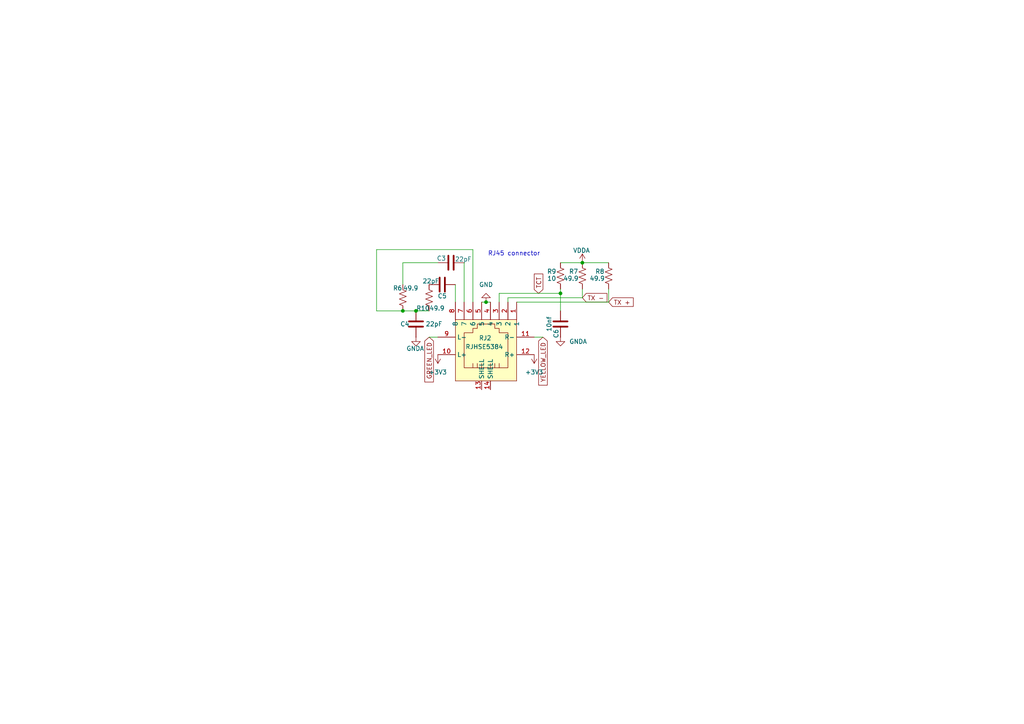
<source format=kicad_sch>
(kicad_sch (version 20250114) (generator "eeschema") (generator_version "9.0")
  (paper "A4")
  (title_block (date "2025-04-01") (rev "1") (company "Bronco Space") (comment 1 "SCALES") (comment 2 "By John Pollak"))
  (lib_symbols
    (symbol "Device:C" (pin_numbers (hide yes)) (pin_names (offset 0.254))
      (property "Reference" "C" (at 0.635 2.54 0))
      (property "Value" "C" (at 0.635 -2.54 0))
      (symbol "C_0_1"
        (polyline (pts (xy -2.032 0.762) (xy 2.032 0.762)) (stroke (width 0.508)))
        (polyline (pts (xy -2.032 -0.762) (xy 2.032 -0.762)) (stroke (width 0.508)))
      )
      (symbol "C_1_1"
        (pin passive line (at 0 3.81 270) (length 2.794) (name "~") (number "1"))
        (pin passive line (at 0 -3.81 90) (length 2.794) (name "~") (number "2"))
      )
    )
    (symbol "Device:R_US" (pin_numbers (hide yes)) (pin_names (offset 0))
      (property "Reference" "R" (at 2.54 0 90))
      (property "Value" "R_US" (at -2.54 0 90))
      (symbol "R_US_0_1"
        (polyline (pts (xy 0 2.286) (xy 0 2.54)))
        (polyline (pts (xy 0 2.286) (xy 1.016 1.905) (xy 0 1.524) (xy -1.016 1.143) (xy 0 0.762)))
        (polyline (pts (xy 0 0.762) (xy 1.016 0.381) (xy 0 0) (xy -1.016 -0.381) (xy 0 -0.762)))
        (polyline (pts (xy 0 -0.762) (xy 1.016 -1.143) (xy 0 -1.524) (xy -1.016 -1.905) (xy 0 -2.286)))
        (polyline (pts (xy 0 -2.286) (xy 0 -2.54)))
      )
      (symbol "R_US_1_1"
        (pin passive line (at 0 3.81 270) (length 1.27) (name "~") (number "1"))
        (pin passive line (at 0 -3.81 90) (length 1.27) (name "~") (number "2"))
      )
    )
    (symbol "easyeda2kicad:RJHSE5384"
      (property "Reference" "RJ" (at 0 17.78 0))
      (property "Value" "RJHSE5384" (at 0 -17.78 0))
      (symbol "RJHSE5384_0_1"
        (rectangle (start -10.16 10.16) (end 7.62 -7.62) (fill (type background)))
        (polyline (pts (xy -5.08 6.35) (xy -5.08 5.08) (xy -5.08 5.08)))
        (polyline (pts (xy -3.81 6.35) (xy -3.81 5.08) (xy -3.81 5.08)))
        (polyline (pts (xy -2.54 6.35) (xy -2.54 5.08) (xy -2.54 5.08)))
        (polyline (pts (xy 0 6.35) (xy 0 5.08) (xy 0 5.08)))
        (polyline (pts (xy 1.27 6.35) (xy 1.27 5.08) (xy 1.27 5.08)))
        (polyline (pts (xy 2.54 6.35) (xy 2.54 5.08) (xy 2.54 5.08)))
        (polyline (pts (xy 5.08 6.35) (xy -7.62 6.35) (xy -7.62 -3.81) (xy -5.08 -3.81) (xy -5.08 -5.08) (xy -3.81 -5.08) (xy -3.81 -5.08) (xy -3.81 -6.35) (xy 1.27 -6.35) (xy 1.27 -5.08) (xy 2.54 -5.08) (xy 2.54 -3.81) (xy 5.08 -3.81) (xy 5.08 6.35) (xy 5.08 5.08)))
        (pin unspecified line (at -15.24 2.54 0) (length 5.08) (name "R+") (number "12"))
        (pin unspecified line (at -15.24 -2.54 0) (length 5.08) (name "R-") (number "11"))
        (pin unspecified line (at -10.16 -12.7 90) (length 5.08) (name "1") (number "1"))
        (pin unspecified line (at -7.62 -12.7 90) (length 5.08) (name "2") (number "2"))
        (pin unspecified line (at -5.08 -12.7 90) (length 5.08) (name "3") (number "3"))
        (pin unspecified line (at -2.54 12.7 270) (length 2.54) (name "SHELL") (number "14"))
        (pin unspecified line (at -2.54 -12.7 90) (length 5.08) (name "4") (number "4"))
        (pin unspecified line (at 0 12.7 270) (length 2.54) (name "SHELL") (number "13"))
        (pin unspecified line (at 0 -12.7 90) (length 5.08) (name "5") (number "5"))
        (pin unspecified line (at 2.54 -12.7 90) (length 5.08) (name "6") (number "6"))
        (pin unspecified line (at 5.08 -12.7 90) (length 5.08) (name "7") (number "7"))
        (pin unspecified line (at 7.62 -12.7 90) (length 5.08) (name "8") (number "8"))
        (pin unspecified line (at 12.7 2.54 180) (length 5.08) (name "L+") (number "10"))
        (pin unspecified line (at 12.7 -2.54 180) (length 5.08) (name "L-") (number "9"))
      )
    )
    (symbol "power:+3V3" (power) (pin_numbers (hide yes)) (pin_names (offset 0) (hide yes))
      (property "Value" "+3V3" (at 0 3.556 0))
      (symbol "+3V3_0_1"
        (polyline (pts (xy -0.762 1.27) (xy 0 2.54)))
        (polyline (pts (xy 0 2.54) (xy 0.762 1.27)))
        (polyline (pts (xy 0 0) (xy 0 2.54)))
      )
      (symbol "+3V3_1_1"
        (pin power_in line (at 0 0 90) (length 0) (name "~") (number "1"))
      )
    )
    (symbol "power:GND" (power) (pin_numbers (hide yes)) (pin_names (offset 0) (hide yes))
      (property "Value" "GND" (at 0 -3.81 0))
      (symbol "GND_0_1"
        (polyline (pts (xy 0 0) (xy 0 -1.27) (xy 1.27 -1.27) (xy 0 -2.54) (xy -1.27 -1.27) (xy 0 -1.27)))
      )
      (symbol "GND_1_1"
        (pin power_in line (at 0 0 270) (length 0) (name "~") (number "1"))
      )
    )
    (symbol "power:VPP" (power) (pin_numbers (hide yes)) (pin_names (offset 0) (hide yes))
      (property "Value" "VPP" (at 0 3.556 0))
      (symbol "VPP_0_1"
        (polyline (pts (xy -0.762 1.27) (xy 0 2.54)))
        (polyline (pts (xy 0 2.54) (xy 0.762 1.27)))
        (polyline (pts (xy 0 0) (xy 0 2.54)))
      )
      (symbol "VPP_1_1"
        (pin power_in line (at 0 0 90) (length 0) (name "~") (number "1"))
      )
    )
  )
  (text "RJ45 connector" (at 149.098 73.66 0) (effects (font (size 1.27 1.27))))
  (junction (at 162.56 85.09))
  (junction (at 140.97 87.63))
  (junction (at 116.84 90.17))
  (junction (at 120.65 90.17))
  (junction (at 168.91 76.2))
  (wire (pts (xy 162.56 85.09) (xy 162.56 90.17)))
  (wire (pts (xy 154.94 97.79) (xy 157.48 97.79)))
  (wire (pts (xy 116.84 76.2) (xy 116.84 82.55)))
  (wire (pts (xy 140.97 87.63) (xy 142.24 87.63)))
  (wire (pts (xy 176.53 83.82) (xy 176.53 87.63)))
  (wire (pts (xy 116.84 90.17) (xy 120.65 90.17)))
  (wire (pts (xy 162.56 83.82) (xy 162.56 85.09)))
  (wire (pts (xy 127 76.2) (xy 116.84 76.2)))
  (wire (pts (xy 176.53 76.2) (xy 168.91 76.2)))
  (wire (pts (xy 109.22 72.39) (xy 109.22 90.17)))
  (wire (pts (xy 139.7 87.63) (xy 140.97 87.63)))
  (wire (pts (xy 137.16 72.39) (xy 109.22 72.39)))
  (wire (pts (xy 144.78 85.09) (xy 162.56 85.09)))
  (wire (pts (xy 162.56 76.2) (xy 168.91 76.2)))
  (wire (pts (xy 134.62 87.63) (xy 134.62 76.2)))
  (wire (pts (xy 168.91 83.82) (xy 168.91 86.36)))
  (wire (pts (xy 147.32 87.63) (xy 147.32 86.36)))
  (wire (pts (xy 137.16 87.63) (xy 137.16 72.39)))
  (wire (pts (xy 147.32 86.36) (xy 168.91 86.36)))
  (wire (pts (xy 144.78 87.63) (xy 144.78 85.09)))
  (wire (pts (xy 149.86 87.63) (xy 176.53 87.63)))
  (wire (pts (xy 124.46 97.79) (xy 127 97.79)))
  (wire (pts (xy 109.22 90.17) (xy 116.84 90.17)))
  (wire (pts (xy 124.46 90.17) (xy 120.65 90.17)))
  (wire (pts (xy 132.08 87.63) (xy 132.08 82.55)))
  (global_label "TX -" (shape input) (at 168.91 86.36 0) (property "Intersheetrefs" "${INTERSHEET_REFS}" (effects (hide yes))))
  (global_label "YELLOW_LED" (shape input) (at 157.48 97.79 270) (property "Intersheetrefs" "${INTERSHEET_REFS}" (effects (hide yes))))
  (global_label "TX +" (shape input) (at 176.53 87.63 0) (property "Intersheetrefs" "${INTERSHEET_REFS}" (effects (hide yes))))
  (global_label "TCT" (shape input) (at 156.21 85.09 90) (property "Intersheetrefs" "${INTERSHEET_REFS}" (effects (hide yes))))
  (global_label "GREEN_LED" (shape input) (at 124.46 97.79 270) (property "Intersheetrefs" "${INTERSHEET_REFS}" (effects (hide yes))))
  (symbol (lib_id "Device:C") (at 128.27 82.55 90) (unit 1)
    (property "Reference" "C5" (at 128.27 85.852 90))
    (property "Value" "22pF" (at 124.968 81.534 90))
    (property "Footprint" "Capacitor_SMD:C_0402_1005Metric" (effects (hide yes)))
    (property "Description" "Unpolarized capacitor" (effects (hide yes)))
  )
  (symbol (lib_id "Device:R_US") (at 176.53 80.01 180) (unit 1)
    (property "Reference" "R8" (at 173.99 78.74 0))
    (property "Value" "49.9" (at 173.228 80.772 0))
    (property "Footprint" "Resistor_SMD:R_0603_1608Metric" (effects (hide yes)))
    (property "Description" "Resistor, US symbol" (effects (hide yes)))
  )
  (symbol (lib_id "Device:C") (at 162.56 93.98 180) (unit 1)
    (property "Reference" "C6" (at 161.29 96.774 90))
    (property "Value" "10nf" (at 159.258 93.98 90))
    (property "Footprint" "Capacitor_SMD:C_0402_1005Metric" (effects (hide yes)))
    (property "Description" "Unpolarized capacitor" (effects (hide yes)))
  )
  (symbol (lib_id "power:VPP") (at 168.91 76.2 0) (unit 1)
    (property "Reference" "#PWR015" (effects (hide yes)))
    (property "Value" "VDDA" (at 168.656 72.644 0))
    (property "Description" "Power symbol creates a global label with name \"VPP\"" (effects (hide yes)))
  )
  (symbol (lib_id "power:GND") (at 120.65 97.79 0) (unit 1)
    (property "Reference" "#PWR016" (effects (hide yes)))
    (property "Value" "GNDA" (at 117.856 101.092 0) (effects (justify left)))
    (property "Description" "Power symbol creates a global label with name \"GND\" , ground" (effects (hide yes)))
  )
  (symbol (lib_id "power:GND") (at 162.56 97.79 0) (unit 1)
    (property "Reference" "#PWR017" (effects (hide yes)))
    (property "Value" "GNDA" (at 165.1 99.0599 0) (effects (justify left)))
    (property "Description" "Power symbol creates a global label with name \"GND\" , ground" (effects (hide yes)))
  )
  (symbol (lib_id "Device:C") (at 130.81 76.2 90) (unit 1)
    (property "Reference" "C3" (at 128.016 74.93 90))
    (property "Value" "22pF" (at 134.366 75.184 90))
    (property "Footprint" "Capacitor_SMD:C_0402_1005Metric" (effects (hide yes)))
    (property "Description" "Unpolarized capacitor" (effects (hide yes)))
  )
  (symbol (lib_id "Device:R_US") (at 116.84 86.36 180) (unit 1)
    (property "Reference" "R6" (at 115.316 83.566 0))
    (property "Value" "49.9" (at 119.126 83.566 0))
    (property "Footprint" "Resistor_SMD:R_0603_1608Metric" (effects (hide yes)))
    (property "Description" "Resistor, US symbol" (effects (hide yes)))
  )
  (symbol (lib_id "Device:R_US") (at 168.91 80.01 180) (unit 1)
    (property "Reference" "R7" (at 166.37 78.74 0))
    (property "Value" "49.9" (at 165.608 80.772 0))
    (property "Footprint" "Resistor_SMD:R_0603_1608Metric" (effects (hide yes)))
    (property "Description" "Resistor, US symbol" (effects (hide yes)))
  )
  (symbol (lib_id "Device:C") (at 120.65 93.98 180) (unit 1)
    (property "Reference" "C4" (at 116.078 93.98 0) (effects (justify right)))
    (property "Value" "22pF" (at 123.444 93.98 0) (effects (justify right)))
    (property "Footprint" "Capacitor_SMD:C_0402_1005Metric" (effects (hide yes)))
    (property "Description" "Unpolarized capacitor" (effects (hide yes)))
  )
  (symbol (lib_id "power:+3V3") (at 127 102.87 180) (unit 1)
    (property "Reference" "#PWR073" (effects (hide yes)))
    (property "Value" "+3V3" (at 127 107.95 0))
    (property "Description" "Power symbol creates a global label with name \"+3V3\"" (effects (hide yes)))
  )
  (symbol (lib_id "power:+3V3") (at 154.94 102.87 180) (unit 1)
    (property "Reference" "#PWR074" (effects (hide yes)))
    (property "Value" "+3V3" (at 154.94 107.95 0))
    (property "Description" "Power symbol creates a global label with name \"+3V3\"" (effects (hide yes)))
  )
  (symbol (lib_id "Device:R_US") (at 124.46 86.36 180) (unit 1)
    (property "Reference" "R10" (at 122.682 89.408 0))
    (property "Value" "49.9" (at 126.746 89.408 0))
    (property "Footprint" "Resistor_SMD:R_0603_1608Metric" (effects (hide yes)))
    (property "Description" "Resistor, US symbol" (effects (hide yes)))
  )
  (symbol (lib_id "power:GND") (at 140.97 87.63 180) (unit 1)
    (property "Reference" "#PWR014" (effects (hide yes)))
    (property "Value" "GND" (at 140.97 82.55 0))
    (property "Description" "Power symbol creates a global label with name \"GND\" , ground" (effects (hide yes)))
  )
  (symbol (lib_id "Device:R_US") (at 162.56 80.01 180) (unit 1)
    (property "Reference" "R9" (at 160.02 78.74 0))
    (property "Value" "10" (at 160.02 80.772 0))
    (property "Footprint" "Resistor_SMD:R_0603_1608Metric" (effects (hide yes)))
    (property "Description" "Resistor, US symbol" (effects (hide yes)))
  )
  (symbol (lib_id "easyeda2kicad:RJHSE5384") (at 139.7 100.33 180) (unit 1)
    (property "Reference" "RJ2" (at 140.716 98.044 0))
    (property "Value" "RJHSE5384" (at 140.462 100.584 0))
    (property "Footprint" "easyeda2kicad:RJ45-TH_RJHSE5384" (effects (hide yes)))
    (property "Datasheet" "https://jlcpcb.com/partdetail/AmphenolIcc-RJHSE5384/C464587" (effects (hide yes)))
    (property "LCSC Part" "C464587" (effects (hide yes)))
  )
)
</source>
